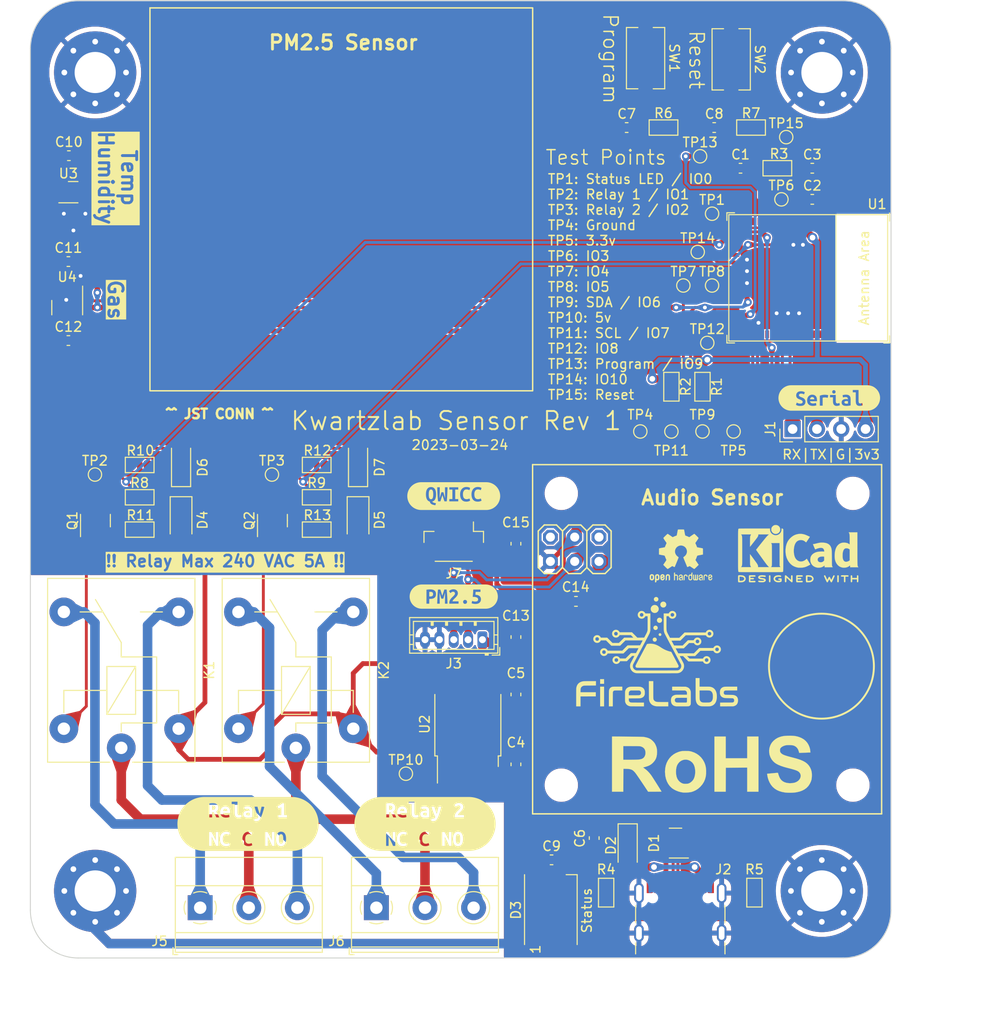
<source format=kicad_pcb>
(kicad_pcb (version 20221018) (generator pcbnew)
  (title_block (title "Kwartzlab Environmental Sensor") (date "2023-03-24") (rev "1") (company "Created By: Erin Reed (FireLabs - www.firelabs.ca)"))
  (layers (0 "F.Cu" signal) (31 "B.Cu" signal) (34 "B.Paste" user) (35 "F.Paste" user) (36 "B.SilkS" user "B.Silkscreen") (37 "F.SilkS" user "F.Silkscreen") (38 "B.Mask" user) (39 "F.Mask" user) (44 "Edge.Cuts" user))
  (net 0 "")
  (net 1 "GND")
  (net 2 "RESET")
  (net 3 "+3V3")
  (net 4 "+5V")
  (net 5 "Net-(C7-Pad2)")
  (net 6 "/USB_DP")
  (net 7 "/USB_DN")
  (net 8 "VBUS")
  (net 9 "/Status LED/D_OUT")
  (net 10 "Net-(C8-Pad2)")
  (net 11 "/USB C Connector/USB_CC1")
  (net 12 "STATUS")
  (net 13 "/Output Relays/RELAY1_STATUS_LED")
  (net 14 "/Output Relays/RELAY2_STATUS_LED")
  (net 15 "SDA")
  (net 16 "SCL")
  (net 17 "/Output Relays/RELAY1_EN")
  (net 18 "/Output Relays/RELAY2_EN")
  (net 21 "/Output Relays/RELAY1_NC")
  (net 26 "/Output Relays/RELAY1_COM")
  (net 28 "/Output Relays/RELAY1_NO")
  (net 29 "/Output Relays/RELAY2_NC")
  (net 34 "/RX")
  (net 35 "/TX")
  (net 40 "/Output Relays/RELAY2_COM")
  (net 41 "/Output Relays/RELAY2_NO")
  (net 42 "/Output Relays/RELAY1_F_EN")
  (net 43 "/Output Relays/RELAY2_F_EN")
  (net 44 "BOOT")
  (net 45 "RELAY1")
  (net 46 "RELAY2")
  (net 47 "GPIO3")
  (net 48 "GPIO4")
  (net 49 "GPIO5")
  (net 50 "GPIO8")
  (net 51 "GPIO10")
  (net 52 "/USB C Connector/USB_CC2")
  (footprint "kibuzzard-641C3874" (layer "F.Cu") (at 134.3 120.9)
    (fp_text reference "kibuzzard-641C3874" hide)
    (fp_text value "G***" hide)
  )
  (footprint "Package_TO_SOT_SMD:TO-252-2" (layer "F.Cu") (at 135.775 134.235 90)
    (fp_text reference "U2")
    (fp_text value "AMS1117-3.3")
  )
  (footprint "Button_Switch_SMD:SW_Tactile_SPST_NO_Straight_CK_PTS636Sx25SMTRLFS" (layer "F.Cu") (at 154.35 64.65 -90)
    (fp_text reference "SW1")
    (fp_text value "SW_Push")
  )
  (footprint "Capacitor_SMD:C_0603_1608Metric" (layer "F.Cu") (at 152.375 71.9)
    (fp_text reference "C7")
    (fp_text value "0.1uF / 50v (10%) (NC)")
  )
  (footprint "MountingHole:MountingHole_4.3mm_M4_Pad_Via" (layer "F.Cu") (at 172.782188 66.15)
    (fp_text reference "H3" hide)
    (fp_text value "M4" hide)
  )
  (footprint "kibuzzard-641C36F3" (layer "F.Cu") (at 112.8 144.65)
    (fp_text reference "kibuzzard-641C36F3" hide)
    (fp_text value "G***" hide)
  )
  (footprint "MountingHole:MountingHole_4.3mm_M4_Pad_Via" (layer "F.Cu") (at 96.825 151.65)
    (fp_text reference "H1" hide)
    (fp_text value "M4" hide)
  )
  (footprint "PCM_Resistor_SMD_AKL:R_0603_1608Metric" (layer "F.Cu") (at 119.975 113.9 180)
    (fp_text reference "R13")
    (fp_text value "10k (1%)" hide)
  )
  (footprint "Connector_PinHeader_2.54mm:PinHeader_1x04_P2.54mm_Vertical" (layer "F.Cu") (at 169.72 103.4 90)
    (fp_text reference "J1")
    (fp_text value "Serial Interface")
  )
  (footprint "TestPoint:TestPoint_Pad_D1.0mm" (layer "F.Cu") (at 161.3 80.9)
    (fp_text reference "TP1")
    (fp_text value "Status")
  )
  (footprint "MountingHole:MountingHole_4.3mm_M4_Pad_Via" (layer "F.Cu") (at 96.825 66.15)
    (fp_text reference "H4" hide)
    (fp_text value "M4")
  )
  (footprint "Package_TO_SOT_SMD:SOT-23" (layer "F.Cu") (at 115.35 112.9625 90)
    (fp_text reference "Q2")
    (fp_text value "MMBT3904-TP")
  )
  (footprint "Symbol:OSHW-Logo2_7.3x6mm_SilkScreen" (layer "F.Cu") (at 158.05 116.65)
    (fp_text reference "REF**" hide)
    (fp_text value "OSHW-Logo2_7.3x6mm_SilkScreen" hide)
  )
  (footprint "Connector_JST:JST_ZH_B5B-ZR_1x05_P1.50mm_Vertical" (layer "F.Cu") (at 137.3 125.4 180)
    (fp_text reference "J3")
    (fp_text value "PM2.5 Sensor")
  )
  (footprint "Symbol:RoHS-Logo_6mm_SilkScreen" (layer "F.Cu") (at 161.3 138.4)
    (fp_text reference "REF**" hide)
    (fp_text value "RoHS-Logo_6mm_SilkScreen" hide)
  )
  (footprint "Diode_SMD:D_SOD-123" (layer "F.Cu") (at 105.8 107.05 90)
    (fp_text reference "D6")
    (fp_text value "1N4148W")
  )
  (footprint "Espressif:ESP32-C3-MINI-1" (layer "F.Cu") (at 171.35 87.6 -90)
    (fp_text reference "U1")
    (fp_text value "ESP32-C3-MINI-1")
  )
  (footprint "PCM_Resistor_SMD_AKL:R_0603_1608Metric" (layer "F.Cu") (at 150.23 151.825 -90)
    (fp_text reference "R4")
    (fp_text value "5.11k" hide)
  )
  (footprint "Relay_THT:Relay_SPDT_Finder_36.11" (layer "F.Cu") (at 117.8 136.7 90)
    (fp_text reference "K2")
    (fp_text value "5v Relay")
  )
  (footprint "Capacitor_SMD:C_0603_1608Metric" (layer "F.Cu") (at 171.775 79.4)
    (fp_text reference "C2")
    (fp_text value "10uF / 25v (20%)")
  )
  (footprint "PCM_Resistor_SMD_AKL:R_0603_1608Metric" (layer "F.Cu") (at 101.475 110.525)
    (fp_text reference "R8")
    (fp_text value "1k (1%)" hide)
  )
  (footprint "MountingHole:MountingHole_4.3mm_M4_Pad_Via" (layer "F.Cu") (at 172.769581 151.65)
    (fp_text reference "H2" hide)
    (fp_text value "M4" hide)
  )
  (footprint "Capacitor_SMD:C_0603_1608Metric" (layer "F.Cu") (at 147.075 121.4 180)
    (fp_text reference "C14")
    (fp_text value "10uF / 25v (20%)")
  )
  (footprint "PCM_Resistor_SMD_AKL:R_0603_1608Metric" (layer "F.Cu") (at 160.3 98.975 -90)
    (fp_text reference "R1")
    (fp_text value "5.1k (1%)" hide)
  )
  (footprint "Capacitor_SMD:C_0603_1608Metric" (layer "F.Cu") (at 94.075 74.8375)
    (fp_text reference "C10")
    (fp_text value "10uF / 25v (20%)")
  )
  (footprint "TerminalBlock_Phoenix:TerminalBlock_Phoenix_MKDS-1,5-3-5.08_1x03_P5.08mm_Horizontal" (layer "F.Cu") (at 126.215 153.4)
    (fp_text reference "J6")
    (fp_text value "Screw_Terminal_01x03")
  )
  (footprint "TestPoint:TestPoint_Pad_D1.0mm" (layer "F.Cu") (at 129.3 139.4)
    (fp_text reference "TP10")
    (fp_text value "5V")
  )
  (footprint "Capacitor_SMD:C_0603_1608Metric" (layer "F.Cu") (at 140.8 115.375 90)
    (fp_text reference "C15")
    (fp_text value "10uF / 25v (20%)")
  )
  (footprint "LED_SMD:LED_WS2812B_PLCC4_5.0x5.0mm_P3.2mm" (layer "F.Cu") (at 144.45 153.6 90)
    (fp_text reference "D3")
    (fp_text value "WS2812B")
  )
  (footprint "Capacitor_SMD:C_0603_1608Metric" (layer "F.Cu") (at 140.8 125.125 90)
    (fp_text reference "C13")
    (fp_text value "10uF / 25v (20%)")
  )
  (footprint "Symbol:KiCad-Logo2_5mm_SilkScreen" (layer "F.Cu") (at 170.3 116.4)
    (fp_text reference "REF**" hide)
    (fp_text value "KiCad-Logo2_5mm_SilkScreen" hide)
  )
  (footprint "PCM_Resistor_SMD_AKL:R_0603_1608Metric" (layer "F.Cu") (at 165.73 151.825 -90)
    (fp_text reference "R5")
    (fp_text value "5.11k" hide)
  )
  (footprint "TestPoint:TestPoint_Pad_D1.0mm" (layer "F.Cu") (at 160.3 103.65 90)
    (fp_text reference "TP9")
    (fp_text value "SDA")
  )
  (footprint "Button_Switch_SMD:SW_Tactile_SPST_NO_Straight_CK_PTS636Sx25SMTRLFS" (layer "F.Cu") (at 163.3 64.775 -90)
    (fp_text reference "SW2")
    (fp_text value "SW_Push")
  )
  (footprint "Capacitor_SMD:C_0603_1608Metric" (layer "F.Cu") (at 140.8 131.125 90)
    (fp_text reference "C5")
    (fp_text value "10uF / 25v (20%)")
  )
  (footprint "TestPoint:TestPoint_Pad_D1.0mm" (layer "F.Cu") (at 153.8 103.65 90)
    (fp_text reference "TP4")
    (fp_text value "GND")
  )
  (footprint "PCM_Resistor_SMD_AKL:R_0603_1608Metric" (layer "F.Cu") (at 165.375 71.9)
    (fp_text reference "R7")
    (fp_text value "100" hide)
  )
  (footprint "Diode_SMD:D_SOD-123" (layer "F.Cu") (at 152.48 147 -90)
    (fp_text reference "D2")
    (fp_text value "1N5819HW-7-F")
  )
  (footprint "TestPoint:TestPoint_Pad_D1.0mm" (layer "F.Cu") (at 115.3 108.15)
    (fp_text reference "TP3")
    (fp_text value "Relay 2")
  )
  (footprint "Capacitor_SMD:C_0603_1608Metric" (layer "F.Cu") (at 164.275 76.15)
    (fp_text reference "C1")
    (fp_text value "1uF / 16v (10%)")
  )
  (footprint "kibuzzard-641C3703" (layer "F.Cu") (at 131.3 144.65)
    (fp_text reference "kibuzzard-641C3703" hide)
    (fp_text value "G***" hide)
  )
  (footprint "Connector_JST:JST_SH_BM04B-SRSS-TB_1x04-1MP_P1.00mm_Vertical" (layer "F.Cu") (at 134.3 115.2 180)
    (fp_text reference "J7")
    (fp_text value "Qwicc Connector")
  )
  (footprint "Capacitor_SMD:C_0603_1608Metric" (layer "F.Cu") (at 161.525 71.9)
    (fp_text reference "C8")
    (fp_text value "0.1uF / 50v (10%) (NC)")
  )
  (footprint "TestPoint:TestPoint_Pad_D1.0mm" (layer "F.Cu") (at 160.05 74.9)
    (fp_text reference "TP13")
    (fp_text value "Program")
  )
  (footprint "TestPoint:TestPoint_Pad_D1.0mm" (layer "F.Cu") (at 168.55 79.4)
    (fp_text reference "TP6")
    (fp_text value "GPIO3")
  )
  (footprint "TerminalBlock_Phoenix:TerminalBlock_Phoenix_MKDS-1,5-3-5.08_1x03_P5.08mm_Horizontal" (layer "F.Cu") (at 107.8 153.4)
    (fp_text reference "J5")
    (fp_text value "Screw_Terminal_01x03")
  )
  (footprint "Zio Loudness Sensor:zio_loudness_sensor" (layer "F.Cu") (at 147.062928 115.954144 180)
    (fp_text reference "J4" hide)
    (fp_text value "Zio Loudness Sensor")
  )
  (footprint "kibuzzard-641C387C" (layer "F.Cu") (at 134.3 110.4)
    (fp_text reference "kibuzzard-641C387C" hide)
    (fp_text value "G***" hide)
  )
  (footprint "PCM_Resistor_SMD_AKL:R_0603_1608Metric" (layer "F.Cu") (at 101.475 107.15 180)
    (fp_text reference "R10")
    (fp_text value "1k (1%)" hide)
  )
  (footprint "PCM_Resistor_SMD_AKL:R_0603_1608Metric" (layer "F.Cu") (at 119.975 107.15 180)
    (fp_text reference "R12")
    (fp_text value "1k (1%)" hide)
  )
  (footprint "Diode_SMD:D_SOD-123" (layer "F.Cu") (at 124.3 107.05 90)
    (fp_text reference "D7")
    (fp_text value "1N4148W")
  )
  (footprint "LED_SMD:LED_1206_3216Metric" (layer "F.Cu") (at 105.8 112.75 -90)
    (fp_text reference "D4")
    (fp_text value "LED")
  )
  (footprint "TestPoint:TestPoint_Pad_D1.0mm" (layer "F.Cu") (at 157.05 103.65 90)
    (fp_text reference "TP11")
    (fp_text value "SCL")
  )
  (footprint "kibuzzard-641C3A69" (layer "F.Cu") (at 173.55 100.15)
    (fp_text reference "kibuzzard-641C3A69" hide)
    (fp_text value "G***" hide)
  )
  (footprint "TestPoint:TestPoint_Pad_D1.0mm" (layer "F.Cu") (at 159.8 84.9)
    (fp_text reference "TP14")
    (fp_text value "GPIO10")
  )
  (footprint "Capacitor_SMD:C_0603_1608Metric" (layer "F.Cu") (at 171.775 76.15)
    (fp_text reference "C3")
    (fp_text value "0.1uF / 50v (10%)")
  )
  (footprint "Package_LGA:Bosch_LGA-8_3x3mm_P0.8mm_ClockwisePinNumbering" (layer "F.Cu") (at 93.9 89.9625)
    (fp_text reference "U4")
    (fp_text value "BME688")
  )
  (footprint "TestPoint:TestPoint_Pad_D1.0mm" (layer "F.Cu") (at 161.3 88.4)
    (fp_text reference "TP8")
    (fp_text value "GPIO5")
  )
  (footprint "TestPoint:TestPoint_Pad_D1.0mm" (layer "F.Cu") (at 163.55 103.65 90)
    (fp_text reference "TP5")
    (fp_text value "3V3")
  )
  (footprint "TestPoint:TestPoint_Pad_D1.0mm" (layer "F.Cu") (at 160.8 94.4)
    (fp_text reference "TP12")
    (fp_text value "GPIO8")
  )
  (footprint "Capacitor_SMD:C_0603_1608Metric" (layer "F.Cu") (at 148.98 146.125 -90)
    (fp_text reference "C6")
    (fp_text value "10uF / 25v (20%)")
  )
  (footprint "Connector_USB:USB_C_Receptacle_GCT_USB4105-xx-A_16P_TopMnt_Horizontal" (layer "F.Cu") (at 157.98 154.975)
    (fp_text reference "J2")
    (fp_text value "USB_C_Receptacle_USB2.0")
  )
  (footprint "PCM_Resistor_SMD_AKL:R_0603_1608Metric" (layer "F.Cu") (at 101.475 113.9 180)
    (fp_text reference "R11")
    (fp_text value "10k (1%)" hide)
  )
  (footprint "Package_TO_SOT_SMD:SOT-23" (layer "F.Cu") (at 96.85 112.9625 90)
    (fp_text reference "Q1")
    (fp_text value "MMBT3904-TP")
  )
  (footprint "PCM_Resistor_SMD_AKL:R_0603_1608Metric" (layer "F.Cu") (at 157.05 98.975 -90)
    (fp_text reference "R2")
    (fp_text value "5.1k (1%)" hide)
  )
  (footprint "Sensor_Humidity:Sensirion_DFN-4-1EP_2x2mm_P1mm_EP0.7x1.6mm" (layer "F.Cu") (at 94.025 78.65)
    (fp_text reference "U3")
    (fp_text value "SHTC3")
  )
  (footprint "PCM_Resistor_SMD_AKL:R_0603_1608Metric" (layer "F.Cu") (at 119.975 110.525)
    (fp_text reference "R9")
    (fp_text value "1k (1%)" hide)
  )
  (footprint "TestPoint:TestPoint_Pad_D1.0mm" (layer "F.Cu") (at 169.05 72.9)
    (fp_text reference "TP15")
    (fp_text value "Reset")
  )
  (footprint "LED_SMD:LED_1206_3216Metric" (layer "F.Cu") (at 124.3 112.75 -90)
    (fp_text reference "D5")
    (fp_text value "LED")
  )
  (footprint "Package_TO_SOT_SMD:SOT-143" (layer "F.Cu") (at 157.48 146.65 180)
    (fp_text reference "D1")
    (fp_text value "SP0503BAHT")
  )
  (footprint "Capacitor_SMD:C_0603_1608Metric" (layer "F.Cu") (at 140.8 138.425 90)
    (fp_text reference "C4")
    (fp_text value "10uF / 25v (20%)")
  )
  (footprint "PCM_Resistor_SMD_AKL:R_0603_1608Metric" (layer "F.Cu") (at 156.225 71.9)
    (fp_text reference "R6")
    (fp_text value "100" hide)
  )
  (footprint "Relay_THT:Relay_SPDT_Finder_36.11" (layer "F.Cu") (at 99.55 136.7 90)
    (fp_text reference "K1")
    (fp_text value "5v Relay")
  )
  (footprint "Capacitor_SMD:C_0603_1608Metric" (layer "F.Cu") (at 94.025 85.9)
    (fp_text reference "C11")
    (fp_text value "10uF / 25v (20%)")
  )
  (footprint "Capacitor_SMD:C_0603_1608Metric" (layer "F.Cu") (at 144.525 148.4)
    (fp_text reference "C9")
    (fp_text value "10uF / 25v (20%)")
  )
  (footprint "TestPoint:TestPoint_Pad_D1.0mm" (layer "F.Cu") (at 158.3 88.4)
    (fp_text reference "TP7")
    (fp_text value "GPIO4")
  )
  (footprint "LOGO" (layer "F.Cu") (at 155.55 126.65)
    (fp_text reference "G***" hide)
    (fp_text value "LOGO" hide)
  )
  (footprint "TestPoint:TestPoint_Pad_D1.0mm" (layer "F.Cu") (at 96.8 108.15)
    (fp_text reference "TP2")
    (fp_text value "Relay 2")
  )
  (footprint "PCM_Resistor_SMD_AKL:R_0603_1608Metric" (layer "F.Cu") (at 168.125 76.15 180)
    (fp_text reference "R3")
    (fp_text value "10k (1%)" hide)
  )
  (footprint "Capacitor_SMD:C_0603_1608Metric" (layer "F.Cu") (at 94.025 94.15)
    (fp_text reference "C12")
    (fp_text value "10uF / 25v (20%)")
  )
  (gr_circle (center 172.732928 128.167072) (end 178.215856 128.167072) (stroke (width 0.2)) (fill none) (layer "F.SilkS"))
  (gr_rect (start 102.55 59.4) (end 142.55 99.4) (stroke (width 0.15)) (fill none) (layer "F.SilkS"))
  (gr_arc (start 180.007188 153.65) (mid 178.542721 157.18553) (end 175.007188 158.65) (stroke (width 0.1)) (layer "Edge.Cuts"))
  (gr_arc (start 90.05 63.65) (mid 91.514466 60.114466) (end 95.05 58.65) (stroke (width 0.1)) (layer "Edge.Cuts"))
  (gr_line (start 175.007188 158.65) (end 95.05 158.65) (stroke (width 0.1)) (layer "Edge.Cuts"))
  (gr_arc (start 175.007188 58.65) (mid 178.54273 60.114462) (end 180.007188 63.65) (stroke (width 0.1)) (layer "Edge.Cuts"))
  (gr_line (start 180.007188 63.65) (end 180.007188 153.65) (stroke (width 0.1)) (layer "Edge.Cuts"))
  (gr_line (start 90.05 153.65) (end 90.05 63.65) (stroke (width 0.1)) (layer "Edge.Cuts"))
  (gr_arc (start 95.05 158.65) (mid 91.514466 157.185534) (end 90.05 153.65) (stroke (width 0.1)) (layer "Edge.Cuts"))
  (gr_line (start 95.05 58.65) (end 175.007188 58.65) (stroke (width 0.1)) (layer "Edge.Cuts"))
  (gr_text "PM2.5 Sensor" (at 114.8 63.9) (layer "F.SilkS") (effects (font (size 1.5 1.5) (thickness 0.3) bold) (justify left bottom)))
  (gr_text "Program" (at 149.8 59.9 270) (layer "F.SilkS") (effects (font (size 1.5 1.5)) (justify left bottom)))
  (gr_text "^^ JST CONN ^^" (at 104.05 102.4) (layer "F.SilkS") (effects (font (size 1 1) (thickness 0.25) bold) (justify left bottom)))
  (gr_text "Audio Sensor" (at 153.732928 111.434144) (layer "F.SilkS") (effects (font (size 1.5 1.5) (thickness 0.3) bold) (justify left bottom)))
  (gr_text "Reset" (at 158.8 61.65 270) (layer "F.SilkS") (effects (font (size 1.5 1.5)) (justify left bottom)))
  (gr_text "Temp\nHumidity" (at 97.05 77.15 270) (layer "F.SilkS" knockout) (effects (font (size 1.5 1.5) (thickness 0.3) bold) (justify bottom)))
  (gr_text "Kwartzlab Sensor Rev 1" (at 134.55 103.65) (layer "F.SilkS") (effects (font (size 1.9 1.9) (thickness 0.2) bold) (justify bottom)))
  (gr_text "2023-03-24" (at 129.8 105.65) (layer "F.SilkS") (effects (font (size 1 1)) (justify left bottom)))
  (gr_text "Status" (at 148.8 156.15 90) (layer "F.SilkS") (effects (font (size 1 1)) (justify left bottom)))
  (gr_text "Gas" (at 98.05 87.65 -90) (layer "F.SilkS" knockout) (effects (font (size 1.5 1.5) (thickness 0.3) bold) (justify left bottom)))
  (gr_text "      !! Relay Max 240 VAC 5A !!      " (at 92.3 117.9) (layer "F.SilkS" knockout) (effects (font (size 1.2 1.2) (thickness 0.25) bold) (justify left bottom)))
  (gr_text "RX|TX|G|3v3" (at 168.55 106.65) (layer "F.SilkS") (effects (font (size 1 1)) (justify left bottom)))
  (gr_text "TP1: Status LED / IO0\nTP2: Relay 1 / IO1\nTP3: Relay 2 / IO2\nTP4: Ground\nTP5: 3.3v\nTP6: IO3\nTP7: IO4\nTP8: IO5\nTP9: SDA / IO6\nTP10: 5v\nTP11: SCL / IO7\nTP12: IO8\nTP13: Program / IO9\nTP14: IO10\nTP15: Reset" (at 144.05 100.4) (layer "F.SilkS") (effects (font (size 1 1)) (justify left bottom)))
  (gr_text "Test Points" (at 143.8 75.9) (layer "F.SilkS") (effects (font (size 1.5 1.5)) (justify left bottom)))
  (segment (start 96.825 155.675) (end 98.3 157.15) (width 1) (layer "F.Cu") (net 1))
  (segment (start 96.825 151.65) (end 96.825 155.675) (width 1) (layer "F.Cu") (net 1))
  (segment (start 96.825 151.65) (end 96.825 154.675) (width 0.5) (layer "F.Cu") (net 1))
  (segment (start 98.3 157.15) (end 140.3 157.15) (width 1) (layer "F.Cu") (net 1))
  (via (at 95.8 80.9) (size 0.8) (drill 0.4) (layers "F.Cu" "B.Cu") (net 1))
  (via (at 170.4 91.3) (size 0.8) (drill 0.4) (layers "F.Cu" "B.Cu") (net 1))
  (via (at 169.25 91.3) (size 0.8) (drill 0.4) (layers "F.Cu" "B.Cu") (net 1))
  (via (at 94.55 82.65) (size 0.8) (drill 0.4) (layers "F.Cu" "B.Cu") (net 1))
  (via (at 168.05 91.3) (size 0.8) (drill 0.4) (layers "F.Cu" "B.Cu") (net 1))
  (via (at 170.8 84.15) (size 0.8) (drill 0.4) (layers "F.Cu" "B.Cu") (net 1))
  (via (at 93.8 89.9) (size 0.8) (drill 0.4) (layers "F.Cu" "B.Cu") (net 1))
  (via (at 93.55 80.9) (size 0.8) (drill 0.4) (layers "F.Cu" "B.Cu") (net 1))
  (via (at 164.95 86.9) (size 0.8) (drill 0.4) (layers "F.Cu" "B.Cu") (net 1))
  (via (at 166.15 92.3) (size 0.8) (drill 0.4) (layers "F.Cu" "B.Cu") (net 1))
  (via (at 164.95 85.7) (size 0.8) (drill 0.4) (layers "F.Cu" "B.Cu") (net 1))
  (via (at 169.8 84.15) (size 0.8) (drill 0.4) (layers "F.Cu" "B.Cu") (net 1))
  (via (at 95.3 87.4) (size 0.8) (drill 0.4) (layers "F.Cu" "B.Cu") (net 1))
  (via (at 164.95 88.15) (size 0.8) (drill 0.4) (layers "F.Cu" "B.Cu") (net 1))
  (segment (start 96.825 151.65) (end 96.825 155.675) (width 1) (layer "B.Cu") (net 1))
  (segment (start 98.3 157.15) (end 140.3 157.15) (width 1) (layer "B.Cu") (net 1))
  (segment (start 96.825 155.675) (end 98.3 157.15) (width 1) (layer "B.Cu") (net 1))
  (segment (start 166.3 79.15) (end 166.3 76.15) (width 0.3) (layer "F.Cu") (net 2))
  (segment (start 167.05 81.7) (end 167.05 79.9) (width 0.3) (layer "F.Cu") (net 2))
  (segment (start 166.3 76.15) (end 167.3 76.15) (width 0.3) (layer "F.Cu") (net 2))
  (segment (start 166.3 72.9) (end 166.3 76.15) (width 0.3) (layer "F.Cu") (net 2))
  (segment (start 169.05 72.9) (end 166.3 72.9) (width 0.3) (layer "F.Cu") (net 2))
  (segment (start 166.3 72) (end 166.3 72.9) (width 0.3) (layer "F.Cu") (net 2))
  (segment (start 166.2 71.9) (end 166.3 72) (width 0.3) (layer "F.Cu") (net 2))
  (segment (start 165.05 76.15) (end 166.3 76.15) (width 0.3) (layer "F.Cu") (net 2))
  (segment (start 167.05 79.9) (end 166.3 79.15) (width 0.3) (layer "F.Cu") (net 2))
  (segment (start 160.8 96.15) (end 160.3 96.65) (width 0.5) (layer "F.Cu") (net 3))
  (segment (start 93.05 87.4) (end 91.3 87.4) (width 0.5) (layer "F.Cu") (net 3))
  (segment (start 168.95 76.15) (end 171 76.15) (width 0.5) (layer "F.Cu") (net 3))
  (segment (start 91.3 75.4) (end 91.8 74.9) (width 0.5) (layer "F.Cu") (net 3))
  (segment (start 171 79.4) (end 171 76.15) (width 0.5) (layer "F.Cu") (net 3))
  (segment (start 162.55 98.15) (end 160.3 98.15) (width 0.5) (layer "F.Cu") (net 3))
  (segment (start 94.3 92.65) (end 93.3 92.65) (width 0.5) (layer "F.Cu") (net 3))
  (segment (start 148.8 123.65) (end 142.8 123.65) (width 0.5) (layer "F.Cu") (net 3))
  (segment (start 142.3 131.9) (end 142.8 131.4) (width 0.5) (layer "F.Cu") (net 3))
  (segment (start 93.5 88.775) (end 93.5 87.85) (width 0.5) (layer "F.Cu") (net 3))
  (segment (start 93.2375 74.9) (end 93.3 74.8375) (width 0.5) (layer "F.Cu") (net 3))
  (segment (start 91.3 91.65) (end 91.3 87.4) (width 0.5) (layer "F.Cu") (net 3))
  (segment (start 135.3 111.9) (end 138.8 111.9) (width 0.5) (layer "F.Cu") (net 3))
  (segment (start 147.85 121.4) (end 149.482928 121.4) (width 0.5) (layer "F.Cu") (net 3))
  (segment (start 151.725856 117.224144) (end 163.55 105.4) (width 0.5) (layer "F.Cu") (net 3))
  (segment (start 93.5 87.85) (end 93.05 87.4) (width 0.5) (layer "F.Cu") (net 3))
  (segment (start 93.25 85.9) (end 91.3 85.9) (width 0.5) (layer "F.Cu") (net 3))
  (segment (start 91.3 85.9) (end 91.3 78.15) (width 0.5) (layer "F.Cu") (net 3))
  (segment (start 96.05 92.65) (end 94.3 92.65) (width 0.5) (layer "F.Cu") (net 3))
  (segment (start 93.25 92.7) (end 93.3 92.65) (width 0.5) (layer "F.Cu") (net 3))
  (segment (start 160.3 96.65) (end 160.3 98.15) (width 0.5) (layer "F.Cu") (net 3))
  (segment (start 134.8 113.875) (end 134.8 112.4) (width 0.5) (layer "F.Cu") (net 3))
  (segment (start 163.55 99.15) (end 162.55 98.15) (width 0.5) (layer "F.Cu") (net 3))
  (segment (start 149.482928 117.224144) (end 151.725856 117.224144) (width 0.5) (layer "F.Cu") (net 3))
  (segment (start 141.3 93.15) (end 96.55 93.15) (width 0.5) (layer "F.Cu") (net 3))
  (segment (start 149.482928 121.4) (end 149.482928 122.967072) (width 0.5) (layer "F.Cu") (net 3))
  (segment (start 138.8 119.6) (end 139.25 120.05) (width 0.5) (layer "F.Cu") (net 3))
  (segment (start 163.55 105.4) (end 163.55 103.65) (width 0.5) (layer "F.Cu") (net 3))
  (segment (start 92.3 92.65) (end 93.3 92.65) (width 0.5) (layer "F.Cu") (net 3))
  (segment (start 171.05 81.7) (end 171.05 79.45) (width 0.5) (layer "F.Cu") (net 3))
  (segment (start 149.482928 122.967072) (end 148.8 123.65) (width 0.5) (layer "F.Cu") (net 3))
  (segment (start 137.3 131.3) (end 137.9 131.9) (width 0.5) (layer "F.Cu") (net 3))
  (segment (start 134.8 112.4) (end 135.3 111.9) (width 0.5) (layer "F.Cu") (net 3))
  (segment (start 91.3 87.4) (end 91.3 85.9) (width 0.5) (layer "F.Cu") (net 3))
  (segment (start 163.55 103.65) (end 163.55 99.15) (width 0.5) (layer "F.Cu") (net 3))
  (segment (start 91.8 74.9) (end 93.2375 74.9) (width 0.5) (layer "F.Cu") (net 3))
  (segment (start 138.8 111.9) (end 138.8 119.6) (width 0.5) (layer "F.Cu") (net 3))
  (segment (start 142.8 120.6) (end 142.8 123.65) (width 0.5) (layer "F.Cu") (net 3))
  (segment (start 142.8 131.4) (end 142.8 123.65) (width 0.5) (layer "F.Cu") (net 3))
  (segment (start 93.25 94.15) (end 93.25 92.7) (width 0.5) (layer "F.Cu") (net 3))
  (segment (start 157.05 98.15) (end 155.05 98.15) (width 0.5) (layer "F.Cu") (net 3))
  (segment (start 171.05 79.45) (end 171 79.4) (width 0.5) (layer "F.Cu") (net 3))
  (segment (start 171.05 81.7) (end 171.05 82.65) (width 0.5) (layer "F.Cu") (net 3))
  (segment (start 140.8 131.9) (end 142.3 131.9) (width 0.5) (layer "F.Cu") (net 3))
  (segment (start 137.9 131.9) (end 140.8 131.9) (width 0.5) (layer "F.Cu") (net 3))
  (segment (start 140.8 111.9) (end 142.3 111.9) (width 0.5) (layer "F.Cu") (net 3))
  (segment (start 142.3 111.9) (end 142.3 94.15) (width 0.5) (layer "F.Cu") (net 3))
  (segment (start 91.8 92.15) (end 91.3 91.65) (width 0.5) (layer "F.Cu") (net 3))
  (segment (start 92.3 92.65) (end 91.8 92.15) (width 0.5) (layer "F.Cu") (net 3))
  (segment (start 139.25 120.05) (end 142.25 120.05) (width 0.5) (layer "F.Cu") (net 3))
  (segment (start 142.25 120.05) (end 142.8 120.6) (width 0.5) (layer "F.Cu") (net 3))
  (segment (start 93.1 78.15) (end 91.3 78.15) (width 0.5) (layer "F.Cu") (net 3))
  (segment (start 142.3 94.15) (end 141.3 93.15) (width 0.5) (layer "F.Cu") (net 3))
  (segment (start 149.482928 117.224144) (end 149.482928 121.4) (width 0.5) (layer "F.Cu") (net 3))
  (segment (start 171.05 82.65) (end 171.8 83.4) (width 0.5) (layer "F.Cu") (net 3))
  (segment (start 140.8 114.6) (end 140.8 111.9) (width 0.5) (layer "F.Cu") (net 3))
  (segment (start 91.8 92.15) (end 92.7 91.25) (width 0.5) (layer "F.Cu") (net 3))
  (segment (start 91.3 78.15) (end 91.3 75.4) (width 0.5) (layer "F.Cu") (net 3))
  (segment (start 96.55 93.15) (end 96.05 92.65) (width 0.5) (layer "F.Cu") (net 3))
  (segment (start 94.3 91.15) (end 94.3 92.65) (width 0.5) (layer "F.Cu") (net 3))
  (segment (start 92.7 91.25) (end 92.7 91.15) (width 0.5) (layer "F.Cu") (net 3))
  (segment (start 138.8 111.9) (end 140.8 111.9) (width 0.5) (layer "F.Cu") (net 3))
  (via (at 155.05 98.15) (size 1) (drill 0.6) (layers "F.Cu" "B.Cu") (net 3))
  (via (at 171.8 83.4) (size 1) (drill 0.6) (layers "F.Cu" "B.Cu") (net 3))
  (via (at 160.8 96.15) (size 1) (drill 0.6) (layers "F.Cu" "B.Cu") (net 3))
  (segment (start 155.8 96.15) (end 173.55 96.15) (width 0.5) (layer "B.Cu") (net 3))
  (segment (start 176.8 96.15) (end 177.34 96.69) (width 0.5) (layer "B.Cu") (net 3))
  (segment (start 155.05 98.15) (end 155.05 96.9) (width 0.5) (layer "B.Cu") (net 3))
  (segment (start 173.55 96.15) (end 176.8 96.15) (width 0.5) (layer "B.Cu") (net 3))
  (segment (start 155.05 96.9) (end 155.8 96.15) (width 0.5) (layer "B.Cu") (net 3))
  (segment (start 172.3 96.15) (end 173.55 96.15) (width 0.5) (layer "B.Cu") (net 3))
  (segment (start 172.3 83.9) (end 172.3 96.15) (width 0.5) (layer "B.Cu") (net 3))
  (segment (start 177.34 96.69) (end 177.34 103.4) (width 0.5) (layer "B.Cu") (net 3))
  (segment (start 171.8 83.4) (end 172.3 83.9) (width 0.5) (layer "B.Cu") (net 3))
  (segment (start 124.8 127.9) (end 123.8 128.9) (width 0.5) (layer "F.Cu") (net 4))
  (segment (start 124.3 114.15) (end 126.8 114.15) (width 0.5) (layer "F.Cu") (net 4))
  (segment (start 125.75 108.7) (end 125.8 108.75) (width 0.5) (layer "F.Cu") (net 4))
  (segment (start 114.05 137.9) (end 106.55 137.9) (width 0.5) (layer "F.Cu") (net 4))
  (segment (start 129.3 137.15) (end 126.25 137.15) (width 0.5) (layer "F.Cu") (net 4))
  (segment (start 115.05 136.9) (end 114.05 137.9) (width 0.5) (layer "F.Cu") (net 4))
  (segment (start 108.3 114.15) (end 105.8 114.15) (width 0.5) (layer "F.Cu") (net 4))
  (segment (start 143.75 145.55) (end 143.55 145.35) (width 0.5) (layer "F.Cu") (net 4))
  (segment (start 106.55 137.9) (end 105.55 136.9) (width 0.5) (layer "F.Cu") (net 4))
  (segment (start 105.55 136.9) (end 105.55 134.7) (width 0.5) (layer "F.Cu") (net 4))
  (segment (start 137.8 125.9) (end 140.8 125.9) (width 0.5) (layer "F.Cu") (net 4))
  (segment (start 107.25 108.7) (end 108.3 109.75) (width 0.5) (layer "F.Cu") (net 4))
  (segment (start 137.3 125.4) (end 137.3 127.65) (width 0.5) (layer "F.Cu") (net 4))
  (segment (start 135.93 137.15) (end 129.3 137.15) (width 0.5) (layer "F.Cu") (net 4))
  (segment (start 105.8 108.7) (end 107.25 108.7) (width 0.5) (layer "F.Cu") (net 4))
  (segment (start 143.55 145.35) (end 141.5 145.35) (width 0.5) (layer "F.Cu") (net 4))
  (segment (start 137.3 125.4) (end 137.8 125.9) (width 0.5) (layer "F.Cu") (net 4))
  (segment (start 116.55 133.15) (end 115.05 134.65) (width 0.5) (layer "F.Cu") (net 4))
  (segment (start 138.13 139.2) (end 138.055 139.275) (width 0.5) (layer "F.Cu") (net 4))
  (segment (start 141.8 148.4) (end 140.8 149.4) (width 0.5) (layer "F.Cu") (net 4))
  (segment (start 129.3 139.4) (end 129.3 137.15) (width 0.5) (layer "F.Cu") (net 4))
  (segment (start 140.8 144.65) (end 140.8 139.2) (width 0.5) (layer "F.Cu") (net 4))
  (segment (start 123.8 128.9) (end 123.8 134.7) (width 0.5) (layer "F.Cu") (net 4))
  (segment (start 148.98 145.35) (end 143.55 145.35) (width 0.5) (layer "F.Cu") (net 4))
  (segment (start 126.8 109.75) (end 126.8 127.9) (width 0.5) (layer "F.Cu") (net 4))
  (segment (start 125.8 108.75) (end 126.8 109.75) (width 0.5) (layer "F.Cu") (net 4))
  (segment (start 137.3 127.65) (end 137.05 127.9) (width 0.5) (layer "F.Cu") (net 4))
  (segment (start 108.3 114.15) (end 108.3 131.95) (width 0.5) (layer "F.Cu") (net 4))
  (segment (start 140.8 155.4) (end 141.45 156.05) (width 0.5) (layer "F.Cu") (net 4))
  (segment (start 141.5 145.35) (end 140.8 144.65) (width 0.5) (layer "F.Cu") (net 4))
  (segment (start 123.8 134.7) (end 122.25 133.15) (width 0.5) (layer "F.Cu") (net 4))
  (segment (start 108.3 109.75) (end 108.3 114.15) (width 0.5) (layer "F.Cu") (net 4))
  (segment (start 108.3 131.95) (end 105.55 134.7) (width 0.5) (layer "F.Cu") (net 4))
  (segment (start 124.3 108.7) (end 125.75 108.7) (width 0.5) (layer "F.Cu") (net 4))
  (segment (start 124.8 127.9) (end 137.05 127.9) (width 0.5) (layer "F.Cu") (net 4))
  (segment (start 140.8 139.2) (end 138.13 139.2) (width 0.5) (layer "F.Cu") (net 4))
  (segment (start 115.05 134.65) (end 115.05 136.9) (width 0.5) (layer "F.Cu") (net 4))
  (segment (start 141.45 156.05) (end 142.8 156.05) (width 0.5) (layer "F.Cu") (net 4))
  (segment (start 140.8 149.4) (end 140.8 155.4) (width 0.5) (layer "F.Cu") (net 4))
  (segment (start 122.25 133.15) (end 116.55 133.15) (width 0.5) (layer "F.Cu") (net 4))
  (segment (start 126.25 137.15) (end 123.8 134.7) (width 0.5) (layer "F.Cu") (net 4))
  (segment (start 152.48 145.35) (end 148.98 145.35) (width 0.5) (layer "F.Cu") (net 4))
  (segment (start 143.75 148.4) (end 143.75 145.55) (width 0.5) (layer "F.Cu") (net 4))
  (segment (start 138.055 139.275) (end 135.93 137.15) (width 0.5) (layer "F.Cu") (net 4))
  (segment (start 143.75 148.4) (end 141.8 148.4) (width 0.5) (layer "F.Cu") (net 4))
  (segment (start 154.35 68.525) (end 154.35 71.9) (width 0.3) (layer "F.Cu") (net 5))
  (segment (start 154.35 71.9) (end 155.4 71.9) (width 0.3) (layer "F.Cu") (net 5))
  (segment (start 154.35 71.9) (end 153.15 71.9) (width 0.3) (layer "F.Cu") (net 5))
  (segment (start 157.78 145.7) (end 157.73 145.65) (width 0.3) (layer "F.Cu") (net 6))
  (segment (start 157.73 151.295) (end 157.73 145.65) (width 0.3) (layer "F.Cu") (net 6))
  (segment (start 158.73 151.295) (end 158.73 150.15) (width 0.3) (layer "F.Cu") (net 6))
  (segment (start 158.48 145.7) (end 157.78 145.7) (width 0.3) (layer "F.Cu") (net 6))
  (segment (start 158.48 149.9) (end 157.73 149.9) (width 0.3) (layer "F.Cu") (net 6))
  (segment (start 157.73 145.65) (end 157.73 119.823554) (width 0.3) (layer "F.Cu") (net 6))
  (segment (start 158.73 150.15) (end 158.48 149.9) (width 0.3) (layer "F.Cu") (net 6))
  (segment (start 166.05 94.4) (end 166.25 94.2) (width 0.3) (layer "F.Cu") (net 6))
  (segment (start 166.25 94.2) (end 166.25 93.5) (width 0.3) (layer "F.Cu") (net 6))
  (segment (start 157.73 119.823554) (end 166.05 111.503554) (width 0.3) (layer "F.Cu") (net 6))
  (segment (start 166.05 111.503554) (end 166.05 94.4) (width 0.3) (layer "F.Cu") (net 6))
  (segment (start 157.23 151.295) (end 157.23 145.65) (width 0.3) (layer "F.Cu") (net 7))
  (segment (start 157.23 119.616446) (end 165.55 111.296446) (width 0.3) (layer "F.Cu") (net 7))
  (segment (start 157.48 152.65) (end 157.98 152.65) (width 0.3) (layer "F.Cu") (net 7))
  (segment (start 158.23 152.4) (end 158.23 151.295) (width 0.3) (layer "F.Cu") (net 7))
  (segment (start 157.18 145.7) (end 157.23 145.65) (width 0.3) (layer "F.Cu") (net 7))
  (segment (start 157.23 151.295) (end 157.23 152.4) (width 0.3) (layer "F.Cu") (net 7))
  (segment (start 156.48 145.7) (end 157.18 145.7) (width 0.3) (layer "F.Cu") (net 7))
  (segment (start 157.23 152.4) (end 157.48 152.65) (width 0.3) (layer "F.Cu") (net 7))
  (segment (start 165.45 94.3) (end 165.45 93.5) (width 0.3) (layer "F.Cu") (net 7))
  (segment (start 157.98 152.65) (end 158.23 152.4) (width 0.3) (layer "F.Cu") (net 7))
  (segment (start 165.55 94.4) (end 165.45 94.3) (width 0.3) (layer "F.Cu") (net 7))
  (segment (start 165.55 111.296446) (end 165.55 94.4) (width 0.3) (layer "F.Cu") (net 7))
  (segment (start 157.23 145.65) (end 157.23 119.616446) (width 0.3) (layer "F.Cu") (net 7))
  (segment (start 155.23 149.15) (end 156.48 149.15) (width 0.5) (layer "F.Cu") (net 8))
  (segment (start 155.58 151.295) (end 155.58 150.55) (width 0.5) (layer "F.Cu") (net 8))
  (segment (start 160.38 150.05) (end 159.48 149.15) (width 0.5) (layer "F.Cu") (net 8))
  (segment (start 152.98 149.15) (end 155.23 149.15) (width 0.5) (layer "F.Cu") (net 8))
  (segment (start 156.48 149.15) (end 156.48 147.6) (width 0.5) (layer "F.Cu") (net 8))
  (segment (start 156.48 149.65) (end 156.48 149.15) (width 0.5) (layer "F.Cu") (net 8))
  (segment (start 152.48 148.65) (end 152.98 149.15) (width 0.5) (layer "F.Cu") (net 8))
  (segment (start 160.38 151.295) (end 160.38 150.05) (width 0.5) (layer "F.Cu") (net 8))
  (segment (start 155.58 150.55) (end 156.48 149.65) (width 0.5) (layer "F.Cu") (net 8))
  (via (at 155.23 149.15) (size 1) (drill 0.6) (layers "F.Cu" "B.Cu") (net 8))
  (via (at 159.48 149.15) (size 1) (drill 0.6) (layers "F.Cu" "B.Cu") (net 8))
  (segment (start 159.48 149.15) (end 155.23 149.15) (width 0.5) (layer "B.Cu") (net 8))
  (segment (start 163.3 71.9) (end 164.55 71.9) (width 0.3) (layer "F.Cu") (net 10))
  (segment (start 163.3 68.65) (end 163.3 71.9) (width 0.3) (layer "F.Cu") (net 10))
  (segment (start 163.3 71.9) (end 162.3 71.9) (width 0.3) (layer "F.Cu") (net 10))
  (segment (start 156.73 152.97) (end 156.05 153.65) (width 0.3) (layer "F.Cu") (net 11))
  (segment (start 156.73 151.295) (end 156.73 152.97) (width 0.3) (layer "F.Cu") (net 11))
  (segment (start 156.05 153.65) (end 150.55 153.65) (width 0.3) (layer "F.Cu") (net 11))
  (segment (start 150.55 153.65) (end 150.23 153.33) (width 0.3) (layer "F.Cu") (net 11))
  (segment (start 150.23 153.33) (end 150.23 152.65) (width 0.3) (layer "F.Cu") (net 11))
  (segment (start 166.45 82.8) (end 167.05 83.4) (width 0.3) (layer "F.Cu") (net 12))
  (segment (start 161.3 82.15) (end 161.95 82.8) (width 0.3) (layer "F.Cu") (net 12))
  (segment (start 161.3 80.9) (end 161.3 82.15) (width 0.3) (layer "F.Cu") (net 12))
  (segment (start 167.55 153.65) (end 166.55 154.65) (width 0.3) (layer "F.Cu") (net 12))
  (segment (start 166.55 154.65) (end 143.55 154.65) (width 0.3) (layer "F.Cu") (net 12))
  (segment (start 161.95 82.8) (end 163.75 82.8) (width 0.3) (layer "F.Cu") (net 12))
  (segment (start 143.55 154.65) (end 142.8 153.9) (width 0.3) (layer "F.Cu") (net 12))
  (segment (start 167.55 94.9) (end 167.55 153.65) (width 0.3) (layer "F.Cu") (net 12))
  (segment (start 163.75 82.8) (end 166.45 82.8) (width 0.3) (layer "F.Cu") (net 12))
  (segment (start 142.8 153.9) (end 142.8 151.15) (width 0.3) (layer "F.Cu") (net 12))
  (via (at 167.05 83.4) (size 0.8) (drill 0.4) (layers "F.Cu" "B.Cu") (net 12))
  (via (at 167.55 94.9) (size 0.8) (drill 0.4) (layers "F.Cu" "B.Cu") (net 12))
  (segment (start 167.05 94.4) (end 167.55 94.9) (width 0.3) (layer "B.Cu") (net 12))
  (segment (start 167.05 83.4) (end 167.05 94.4) (width 0.3) (layer "B.Cu") (net 12))
  (segment (start 105.8 111.35) (end 104.75 111.35) (width 0.3) (layer "F.Cu") (net 13))
  (segment (start 104.05 107.9) (end 103.3 107.15) (width 0.3) (layer "F.Cu") (net 13))
  (segment (start 103.3 107.15) (end 102.3 107.15) (width 0.3) (layer "F.Cu") (net 13))
  (segment (start 104.75 111.35) (end 104.05 110.65) (width 0.3) (layer "F.Cu") (net 13))
  (segment (start 104.05 110.65) (end 104.05 107.9) (width 0.3) (layer "F.Cu") (net 13))
  (segment (start 123.25 111.35) (end 122.55 110.65) (width 0.3) (layer "F.Cu") (net 14))
  (segment (start 124.3 111.35) (end 123.25 111.35) (width 0.3) (layer "F.Cu") (net 14))
  (segment (start 122.55 110.65) (end 122.55 107.9) (width 0.3) (layer "F.Cu") (net 14))
  (segment (start 121.8 107.15) (end 120.8 107.15) (width 0.3) (layer "F.Cu") (net 14))
  (segment (start 122.55 107.9) (end 121.8 107.15) (width 0.3) (layer "F.Cu") (net 14))
  (segment (start 159.05 106.15) (end 159.05 103.65) (width 0.3) (layer "F.Cu") (net 15))
  (segment (start 135.8 119.0995) (end 135.8 125.4) (width 0.3) (layer "F.Cu") (net 15))
  (segment (start 165.05 89.65) (end 164.6 89.2) (width 0.3) (layer "F.Cu") (net 15))
  (segment (start 146.942928 117.224144) (end 148.017928 116.149144) (width 0.3) (layer "F.Cu") (net 15))
  (segment (start 165.05 90.15) (end 165.05 89.65) (width 0.3) (layer "F.Cu") (net 15))
  (segment (start 150.05 109.65) (end 155.55 109.65) (width 0.3) (layer "F.Cu") (net 15))
  (segment (start 95.1 91.1495) (end 95.1 91.15) (width 0.3) (layer "F.Cu") (net 15))
  (segment (start 160.2 99.9) (end 159.05 99.9) (width 0.3) (layer "F.Cu") (net 15))
  (segment (start 160.3 99.8) (end 160.2 99.9) (width 0.3) (layer "F.Cu") (net 15))
  (segment (start 159.5005 90.6995) (end 159.05 91.15) (width 0.3) (layer "F.Cu") (net 15))
  (segment (start 148.017928 116.149144) (end 148.017928 111.682072) (width 0.3) (layer "F.Cu") (net 15))
  (segment (start 157.55 90.6995) (end 97.05 90.6995) (width 0.3) (layer "F.Cu") (net 15))
  (segment (start 160.3 103.65) (end 159.05 103.65) (width 0.3) (layer "F.Cu") (net 15))
  (segment (start 95.55 90.6995) (end 95.1 91.1495) (width 0.3) (layer "F.Cu") (net 15))
  (segment (start 97.05 90.6995) (end 95.55 90.6995) (width 0.3) (layer "F.Cu") (net 15))
  (segment (start 96.55 79.15) (end 97.05 79.65) (width 0.3) (layer "F.Cu") (net 15))
  (segment (start 135.8 118.15) (end 133.8 116.15) (width 0.3) (layer "F.Cu") (net 15))
  (segment (start 97.05 79.65) (end 97.05 89.15) (width 0.3) (layer "F.Cu") (net 15))
  (segment (start 159.05 103.65) (end 159.05 99.9) (width 0.3) (layer "F.Cu") (net 15))
  (segment (start 164.6 89.2) (end 163.75 89.2) (width 0.3) (layer "F.Cu") (net 15))
  (segment (start 155.55 109.65) (end 159.05 106.15) (width 0.3) (layer "F.Cu") (net 15))
  (segment (start 148.017928 111.682072) (end 150.05 109.65) (width 0.3) (layer "F.Cu") (net 15))
  (segment (start 160.55 90.6995) (end 159.5005 90.6995) (width 0.3) (layer "F.Cu") (net 15))
  (segment (start 159.05 91.15) (end 159.05 99.9) (width 0.3) (layer "F.Cu") (net 15))
  (segment (start 133.8 116.15) (end 133.8 113.875) (width 0.3) (layer "F.Cu") (net 15))
  (segment (start 94.95 79.15) (end 96.55 79.15) (width 0.3) (layer "F.Cu") (net 15))
  (segment (start 135.8 119.0995) (end 135.8 118.15) (width 0.3) (layer "F.Cu") (net 15))
  (via (at 97.05 89.15) (size 0.8) (drill 0.4) (layers "F.Cu" "B.Cu") (net 15))
  (via (at 97.05 90.6995) (size 0.8) (drill 0.4) (layers "F.Cu" "B.Cu") (net 15))
  (via (at 165.05 90.15) (size 0.8) (drill 0.4) (layers "F.Cu" "B.Cu") (net 15))
  (via (at 160.55 90.6995) (size 0.8) (drill 0.4) (layers "F.Cu" "B.Cu") (net 15))
  (via (at 135.8 119.0995) (size 0.8) (drill 0.4) (layers "F.Cu" "B.Cu") (net 15))
  (via (at 157.55 90.6995) (size 0.8) (drill 0.4) (layers "F.Cu" "B.Cu") (net 15))
  (segment (start 157.55 90.6995) (end 160.55 90.6995) (width 0.3) (layer "B.Cu") (net 15))
  (segment (start 160.55 90.6995) (end 160.5995 90.65) (width 0.3) (layer "B.Cu") (net 15))
  (segment (start 135.8505 119.15) (end 135.8 119.0995) (width 0.3) (layer "B.Cu") (net 15))
  (segment (start 146.942928 117.224144) (end 144.267072 119.9) (width 0.3) (layer "B.Cu") (net 15))
  (segment (start 164.55 90.65) (end 165.05 90.15) (width 0.3) (layer "B.Cu") (net 15))
  (segment (start 136.55 119.15) (end 135.8505 119.15) (width 0.3) (layer "B.Cu") (net 15))
  (segment (start 160.5995 90.65) (end 164.55 90.65) (width 0.3) (layer "B.Cu") (net 15))
  (segment (start 97.05 89.15) (end 97.05 90.6995) (width 0.3) (layer "B.Cu") (net 15))
  (segment (start 144.267072 119.9) (end 137.3 119.9) (width 0.3) (layer "B.Cu") (net 15))
  (segment (start 137.3 119.9) (end 136.55 119.15) (width 0.3) (layer "B.Cu") (net 15))
  (segment (start 149.8 108.9) (end 155.3 108.9) (width 0.3) (layer "F.Cu") (net 16))
  (segment (start 96.3 84.4) (end 96.3 90) (width 0.3) (layer "F.Cu") (net 16))
  (segment (start 134.3 118.4) (end 132.8 116.9) (width 0.3) (layer "F.Cu") (net 16))
  (segment (start 163.75 90) (end 159.96005 90) (width 0.3) (layer "F.Cu") (net 16))
  (segment (start 92.3 79.4) (end 92.3 83.4) (width 0.3) (layer "F.Cu") (net 16))
  (segment (start 158.3 103.65) (end 158.3 99.9) (width 0.3) (layer "F.Cu") (net 16))
  (segment (start 157.05 99.8) (end 158.2 99.8) (width 0.3) (layer "F.Cu") (net 16))
  (segment (start 95.55 90) (end 95.1 89.55) (width 0.3) (layer "F.Cu") (net 16))
  (segment (start 159.96005 90) (end 158.3 90) (width 0.3) (layer "F.Cu") (net 16))
  (segment (start 146.942928 114.684144) (end 147.3 114.327072) (width 0.3) (layer "F.Cu") (net 16))
  (segment (start 147.3 114.327072) (end 147.3 111.4) (width 0.3) (layer "F.Cu") (net 16))
  (segment (start 147.3 111.4) (end 149.8 108.9) (width 0.3) (layer "F.Cu") (net 16))
  (segment (start 93.05 84.15) (end 96.05 84.15) (width 0.3) (layer "F.Cu") (net 16))
  (segment (start 92.55 79.15) (end 92.3 79.4) (width 0.3) (layer "F.Cu") (net 16))
  (segment (start 157.05 103.65) (end 158.3 103.65) (width 0.3) (layer "F.Cu") (net 16))
  (segment (start 158.3 90) (end 158.3 99.9) (width 0.3) (layer "F.Cu") (net 16))
  (segment (start 92.3 83.4) (end 93.05 84.15) (width 0.3) (layer "F.Cu") (net 16))
  (segment (start 155.3 108.9) (end 158.3 105.9) (width 0.3) (layer "F.Cu") (net 16))
  (segment (start 132.8 116.9) (end 132.8 113.875) (width 0.3) (layer "F.Cu") (net 16))
  (segment (start 95.1 89.55) (end 95.1 88.775) (width 0.3) (layer "F.Cu") (net 16))
  (segment (start 96.05 84.15) (end 96.3 84.4) (width 0.3) (layer "F.Cu") (net 16))
  (segment (start 159.96005 90) (end 95.55 90) (width 0.3) (layer "F.Cu") (net 16))
  (segment (start 158.2 99.8) (end 158.3 99.9) (width 0.3) (layer "F.Cu") (net 16))
  (segment (start 158.3 105.9) (end 158.3 103.65) (width 0.3) (layer "F.Cu") (net 16))
  (segment (start 93.1 79.15) (end 92.55 79.15) (width 0.3) (layer "F.Cu") (net 16))
  (segment (start 134.3 125.4) (end 134.3 118.4) (width 0.3) (layer "F.Cu") (net 16))
  (via (at 134.3 118.4) (size 0.8) (drill 0.4) (layers "F.Cu" "B.Cu") (net 16))
  (segment (start 145.55 116.077072) (end 146.942928 114.684144) (width 0.3) (layer "B.Cu") (net 16))
  (segment (start 144.05 119.15) (end 145.55 117.65) (width 0.3) (layer "B.Cu") (net 16))
  (segment (start 134.8 118.4) (end 134.8005 118.3995) (width 0.3) (layer "B.Cu") (net 16))
  (segment (start 134.3 118.4) (end 134.8 118.4) (width 0.3) (layer "B.Cu") (net 16))
  (segment (start 145.55 117.65) (end 145.55 116.077072) (width 0.3) (layer "B.Cu") (net 16))
  (segment (start 134.8005 118.3995) (end 136.992698 118.3995) (width 0.3) (layer "B.Cu") (net 16))
  (segment (start 137.743198 119.15) (end 144.05 119.15) (width 0.3) (layer "B.Cu") (net 16))
  (segment (start 136.992698 118.3995) (end 137.743198 119.15) (width 0.3) (layer "B.Cu") (net 16))
  (segment (start 105.8 105.4) (end 95.55 105.4) (width 0.3) (layer "F.Cu") (net 17))
  (segment (start 94.8 113.9) (end 95.9 113.9) (width 0.3) (layer "F.Cu") (net 17))
  (segment (start 94.3 106.65) (end 94.3 113.4) (width 0.3) (layer "F.Cu") (net 17))
  (segment (start 95.9 113.9) (end 95.9 132.35) (width 0.3) (layer "F.Cu") (net 17))
  (segment (start 95.55 105.4) (end 94.3 106.65) (width 0.3) (layer "F.Cu") (net 17))
  (segment (start 94.3 113.4) (end 94.8 113.9) (width 0.3) (layer "F.Cu") (net 17))
  (segment (start 100.65 105.4) (end 100.65 107.15) (width 0.3) (layer "F.Cu") (net 17))
  (segment (start 95.9 132.35) (end 93.55 134.7) (width 0.3) (layer "F.Cu") (net 17))
  (segment (start 113.3 113.9) (end 114.4 113.9) (width 0.3) (layer "F.Cu") (net 18))
  (segment (start 124.3 105.4) (end 114.05 105.4) (width 0.3) (layer "F.Cu") (net 18))
  (segment (start 119.15 105.4) (end 119.15 107.15) (width 0.3) (layer "F.Cu") (net 18))
  (segment (start 114.4 132.1) (end 114.4 113.9) (width 0.3) (layer "F.Cu") (net 18))
  (segment (start 112.8 113.4) (end 113.3 113.9) (width 0.3) (layer "F.Cu") (net 18))
  (segment (start 112.8 106.65) (end 112.8 113.4) (width 0.3) (layer "F.Cu") (net 18))
  (segment (start 114.05 105.4) (end 112.8 106.65) (width 0.3) (layer "F.Cu") (net 18))
  (segment (start 111.8 134.7) (end 114.4 132.1) (width 0.3) (layer "F.Cu") (net 18))
  (segment (start 107.8 145.9) (end 107.8 153.4) (width 1) (layer "B.Cu") (net 21))
  (segment (start 98.8 144.65) (end 106.55 144.65) (width 1) (layer "B.Cu") (net 21))
  (segment (start 95.65 122.5) (end 96.8 123.65) (width 1) (layer "B.Cu") (net 21))
  (segment (start 96.8 123.65) (end 96.8 142.65) (width 1) (layer "B.Cu") (net 21))
  (segment (start 106.55 144.65) (end 107.8 145.9) (width 1) (layer "B.Cu") (net 21))
  (segment (start 96.8 142.65) (end 98.8 144.65) (width 1) (layer "B.Cu") (net 21))
  (segment (start 93.55 122.5) (end 95.65 122.5) (width 1) (layer "B.Cu") (net 21))
  (segment (start 101.55 144.15) (end 110.8 144.15) (width 1) (layer "F.Cu") (net 26))
  (segment (start 99.55 136.7) (end 99.55 142.15) (width 1) (layer "F.Cu") (net 26))
  (segment (start 112.88 146.23) (end 112.88 153.4) (width 1) (layer "F.Cu") (net 26))
  (segment (start 110.8 144.15) (end 112.88 146.23) (width 1) (layer "F.Cu") (net 26))
  (segment (start 99.55 142.15) (end 101.55 144.15) (width 1) (layer "F.Cu") (net 26))
  (segment (start 102.3 123.9) (end 102.3 140.65) (width 1) (layer "B.Cu") (net 28))
  (segment (start 105.55 122.5) (end 103.7 122.5) (width 1) (layer "B.Cu") (net 28))
  (segment (start 102.3 140.65) (end 103.8 142.15) (width 1) (layer "B.Cu") (net 28))
  (segment (start 113.05 142.15) (end 117.96 147.06) (width 1) (layer "B.Cu") (net 28))
  (segment (start 117.96 147.06) (end 117.96 153.4) (width 1) (layer "B.Cu") (net 28))
  (segment (start 103.7 122.5) (end 102.3 123.9) (width 1) (layer "B.Cu") (net 28))
  (segment (start 103.8 142.15) (end 113.05 142.15) (width 1) (layer "B.Cu") (net 28))
  (segment (start 111.8 122.5) (end 113.4 122.5) (width 1) (layer "B.Cu") (net 29))
  (segment (start 113.4 122.5) (end 115.05 124.15) (width 1) (layer "B.Cu") (net 29))
  (segment (start 115.05 138.65) (end 126.215 149.815) (width 1) (layer "B.Cu") (net 29))
  (segment (start 115.05 124.15) (end 115.05 138.65) (width 1) (layer "B.Cu") (net 29))
  (segment (start 126.215 149.815) (end 126.215 153.4) (width 1) (layer "B.Cu") (net 29))
  (segment (start 168.65 98) (end 169.72 99.07) (width 0.3) (layer "F.Cu") (net 34))
  (segment (start 169.72 99.07) (end 169.72 103.4) (width 0.3) (layer "F.Cu") (net 34))
  (segment (start 168.65 93.5) (end 168.65 98) (width 0.3) (layer "F.Cu") (net 34))
  (segment (start 169.45 93.5) (end 169.45 97.55) (width 0.3) (layer "F.Cu") (net 35))
  (segment (start 169.45 97.55) (end 172.26 100.36) (width 0.3) (layer "F.Cu") (net 35))
  (segment (start 172.26 100.36) (end 172.26 103.4) (width 0.3) (layer "F.Cu") (net 35))
  (segment (start 117.8 136.7) (end 117.8 142.15) (width 1) (layer "F.Cu") (net 40))
  (segment (start 129.3 144.15) (end 131.295 146.145) (width 1) (layer "F.Cu") (net 40))
  (segment (start 117.8 142.15) (end 119.8 144.15) (width 1) (layer "F.Cu") (net 40))
  (segment (start 131.295 146.145) (end 131.295 153.4) (width 1) (layer "F.Cu") (net 40))
  (segment (start 119.8 144.15) (end 129.3 144.15) (width 1) (layer "F.Cu") (net 40))
  (segment (start 120.55 139.65) (end 129.05 148.15) (width 1) (layer "B.Cu") (net 41))
  (segment (start 123.8 122.5) (end 122.45 122.5) (width 1) (layer "B.Cu") (net 41))
  (segment (start 136.375 149.725) (end 136.375 153.4) (width 1) (layer "B.Cu") (net 41))
  (segment (start 122.45 122.5) (end 120.55 124.4) (width 1) (layer "B.Cu") (net 41))
  (segment (start 134.8 148.15) (end 136.375 149.725) (width 1) (layer "B.Cu") (net 41))
  (segment (start 129.05 148.15) (end 134.8 148.15) (width 1) (layer "B.Cu") (net 41))
  (segment (start 120.55 124.4) (end 120.55 139.65) (width 1) (layer "B.Cu") (net 41))
  (segment (start 100.65 113.05) (end 102.3 111.4) (width 0.3) (layer "F.Cu") (net 42))
  (segment (start 97.8 113.9) (end 100.65 113.9) (width 0.3) (layer "F.Cu") (net 42))
  (segment (start 100.65 113.9) (end 100.65 113.05) (width 0.3) (layer "F.Cu") (net 42))
  (segment (start 102.3 111.4) (end 102.3 110.525) (width 0.3) (layer "F.Cu") (net 42))
  (segment (start 119.15 113.05) (end 120.8 111.4) (width 0.3) (layer "F.Cu") (net 43))
  (segment (start 119.15 113.9) (end 119.15 113.05) (width 0.3) (layer "F.Cu") (net 43))
  (segment (start 116.3 113.9) (end 119.15 113.9) (width 0.3) (layer "F.Cu") (net 43))
  (segment (start 120.8 111.4) (end 120.8 110.525) (width 0.3) (layer "F.Cu") (net 43))
  (segment (start 160.05 74.9) (end 158.55 74.9) (width 0.3) (layer "F.Cu") (net 44))
  (segment (start 160.05 74.9) (end 160.05 72.9) (width 0.3) (layer "F.Cu") (net 44))
  (segment (start 163.75 91.6) (end 165.1 91.6) (width 0.3) (layer "F.Cu") (net 44))
  (segment (start 159.05 71.9) (end 157.05 71.9) (width 0.3) (layer "F.Cu") (net 44))
  (segment (start 165.1 91.6) (end 165.3 91.4) (width 0.3) (layer "F.Cu") (net 44))
  (segment (start 160.05 72.9) (end 159.05 71.9) (width 0.3) (layer "F.Cu") (net 44))
  (via (at 158.55 74.9) (size 0.8) (drill 0.4) (layers "F.Cu" "B.Cu") (net 44))
  (via (at 165.3 91.4) (size 0.8) (drill 0.4) (layers "F.Cu" "B.Cu") (net 44))
  (segment (start 158.55 77.65) (end 159.05 78.15) (width 0.3) (layer "B.Cu") (net 44))
  (segment (start 165.8 90.9) (end 165.3 91.4) (width 0.3) (layer "B.Cu") (net 44))
  (segment (start 158.55 74.9) (end 158.55 77.65) (width 0.3) (layer "B.Cu") (net 44))
  (segment (start 165.3 78.15) (end 165.8 78.65) (width 0.3) (layer "B.Cu") (net 44))
  (segment (start 159.05 78.15) (end 165.3 78.15) (width 0.3) (layer "B.Cu") (net 44))
  (segment (start 165.8 78.65) (end 165.8 90.9) (width 0.3) (layer "B.Cu") (net 44))
  (segment (start 162.6 83.6) (end 163.75 83.6) (width 0.3) (layer "F.Cu") (net 45))
  (segment (start 162.05 84.15) (end 162.6 83.6) (width 0.3) (layer "F.Cu") (net 45))
  (segment (start 100.65 109.5) (end 100.65 110.525) (width 0.3) (layer "F.Cu") (net 45))
  (segment (start 99.3 108.15) (end 100.65 109.5) (width 0.3) (layer "F.Cu") (net 45))
  (segment (start 96.8 108.15) (end 99.3 108.15) (width 0.3) (layer "F.Cu") (net 45))
  (via (at 100.05 108.9) (size 0.8) (drill 0.4) (layers "F.Cu" "B.Cu") (net 45))
  (via (at 162.05 84.15) (size 0.8) (drill 0.4) (layers "F.Cu" "B.Cu") (net 45))
  (segment (start 162.05 84.15) (end 161.8 83.9) (width 0.3) (layer "B.Cu") (net 45))
  (segment (start 161.8 83.9) (end 125.05 83.9) (width 0.3) (layer "B.Cu") (net 45))
  (segment (start 125.05 83.9) (end 100.05 108.9) (width 0.3) (layer "B.Cu") (net 45))
  (segment (start 169.45 83.25) (end 169.45 81.7) (width 0.3) (layer "F.Cu") (net 46))
  (segment (start 165.05 84.15) (end 168.55 84.15) (width 0.3) (layer "F.Cu") (net 46))
  (segment (start 117.8 108.15) (end 119.15 109.5) (width 0.3) (layer "F.Cu") (net 46))
  (segment (start 168.55 84.15) (end 169.45 83.25) (width 0.3) (layer "F.Cu") (net 46))
  (segment (start 119.15 109.5) (end 119.15 110.525) (width 0.3) (layer "F.Cu") (net 46))
  (segment (start 115.3 108.15) (end 117.8 108.15) (width 0.3) (layer "F.Cu") (net 46))
  (via (at 118.55 108.9) (size 0.8) (drill 0.4) (layers "F.Cu" "B.Cu") (net 46))
  (via (at 165.05 84.15) (size 0.8) (drill 0.4) (layers "F.Cu" "B.Cu") (net 46))
  (segment (start 118.55 108.9) (end 141.3 86.15) (width 0.3) (layer "B.Cu") (net 46))
  (segment (start 163.05 86.15) (end 165.05 84.15) (width 0.3) (layer "B.Cu") (net 46))
  (segment (start 141.3 86.15) (end 163.05 86.15) (width 0.3) (layer "B.Cu") (net 46))
  (segment (start 168.55 79.4) (end 168.55 80.4) (width 0.3) (layer "F.Cu") (net 47))
  (segment (start 168.55 80.4) (end 168.65 80.5) (width 0.3) (layer "F.Cu") (net 47))
  (segment (start 168.65 80.5) (end 168.65 81.7) (width 0.3) (layer "F.Cu") (net 47))
  (segment (start 159.8 86.9) (end 158.3 88.4) (width 0.3) (layer "F.Cu") (net 48))
  (segment (start 163.75 87.6) (end 162.5 87.6) (width 0.3) (layer "F.Cu") (net 48))
  (segment (start 161.8 86.9) (end 159.8 86.9) (width 0.3) (layer "F.Cu") (net 48))
  (segment (start 162.5 87.6) (end 161.8 86.9) (width 0.3) (layer "F.Cu") (net 48))
  (segment (start 161.3 88.4) (end 163.75 88.4) (width 0.3) (layer "F.Cu") (net 49))
  (segment (start 161.65 90.8) (end 160.8 91.65) (width 0.3) (layer "F.Cu") (net 50))
  (segment (start 160.8 91.65) (end 160.8 94.4) (width 0.3) (layer "F.Cu") (net 50))
  (segment (start 163.75 90.8) (end 161.65 90.8) (width 0.3) (layer "F.Cu") (net 50))
  (segment (start 161.9 86) (end 163.75 86) (width 0.3) (layer "F.Cu") (net 51))
  (segment (start 160.8 84.9) (end 161.9 86) (width 0.3) (layer "F.Cu") (net 51))
  (segment (start 159.8 84.9) (end 160.8 84.9) (width 0.3) (layer "F.Cu") (net 51))
  (segment (start 165.3 153.65) (end 165.73 153.22) (width 0.3) (layer "F.Cu") (net 52))
  (segment (start 159.73 153.08) (end 160.3 153.65) (width 0.3) (layer "F.Cu") (net 52))
  (segment (start 159.73 151.295) (end 159.73 153.08) (width 0.3) (layer "F.Cu") (net 52))
  (segment (start 165.73 153.22) (end 165.73 152.65) (width 0.3) (layer "F.Cu") (net 52))
  (segment (start 160.3 153.65) (end 165.3 153.65) (width 0.3) (layer "F.Cu") (net 52))
  (zone (net 0) (net_name "") (layers "F&B.Cu") (connect_pads (clearance 0)) (min_thickness 0.25)
    (keepout (tracks allowed) (vias allowed) (pads allowed) (copperpour not_allowed) (footprints allowed))
    (fill (thermal_gap 0.5) (thermal_bridge_width 0.5))
    (polygon (pts (xy 174.3 80.9) (xy 180.05 80.9) (xy 180.05 94.4) (xy 174.3 94.4)))
  )
  (zone (net 1) (net_name "GND") (layers "F&B.Cu") (name "Antenna") (connect_pads thru_hole_only (clearance 0)) (min_thickness 0.25) (fill yes (thermal_gap 0.5) (thermal_bridge_width 0.5))
    (polygon (pts (xy 90.05 58.65) (xy 180.05 58.65) (xy 180.05 158.65) (xy 90.05 158.65)))
  )
  (zone (net 0) (net_name "") (layers "F&B.Cu") (connect_pads (clearance 0)) (min_thickness 0.25)
    (keepout (tracks allowed) (vias allowed) (pads allowed) (copperpour not_allowed) (footprints allowed))
    (fill (thermal_gap 0.5) (thermal_bridge_width 0.5))
    (polygon (pts (xy 139.55 158.65) (xy 139.55 142.4) (xy 126.3 142.4) (xy 126.3 118.65) (xy 90.05 118.65) (xy 90.05 158.65)))
  )
)
</source>
